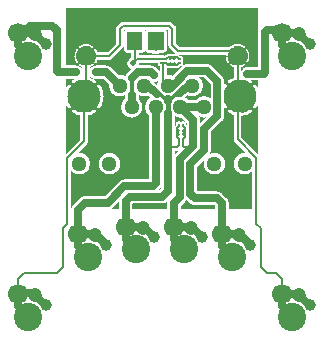
<source format=gbr>
G04 start of page 4 for group 2 idx 13 *
G04 Title: (unknown), jump *
G04 Creator: pcb 4.2.0 *
G04 CreationDate: Wed Sep 23 11:56:37 2020 UTC *
G04 For: commonadmin *
G04 Format: Gerber/RS-274X *
G04 PCB-Dimensions (mil): 1250.00 1500.00 *
G04 PCB-Coordinate-Origin: lower left *
%MOIN*%
%FSLAX25Y25*%
%LNBOTTOM*%
%ADD50C,0.0354*%
%ADD49C,0.0197*%
%ADD48C,0.0295*%
%ADD47C,0.0492*%
%ADD46C,0.0787*%
%ADD45C,0.0130*%
%ADD44C,0.0100*%
%ADD43C,0.0230*%
%ADD42C,0.0200*%
%ADD41C,0.0512*%
%ADD40C,0.1102*%
%ADD39C,0.0394*%
%ADD38C,0.0472*%
%ADD37C,0.0669*%
%ADD36C,0.0945*%
%ADD35C,0.0160*%
%ADD34C,0.0140*%
%ADD33C,0.0060*%
%ADD32C,0.0250*%
%ADD31C,0.0001*%
G54D31*G36*
X93019Y107504D02*X93046Y107300D01*
X93059Y107004D01*
X93046Y106708D01*
X93019Y106504D01*
Y107504D01*
G37*
G36*
Y123000D02*X96531D01*
Y103250D01*
X93019D01*
Y104852D01*
X93117Y105000D01*
X93281Y105309D01*
X93417Y105632D01*
X93524Y105965D01*
X93601Y106307D01*
X93647Y106654D01*
X93663Y107004D01*
X93647Y107354D01*
X93601Y107701D01*
X93524Y108043D01*
X93417Y108376D01*
X93281Y108699D01*
X93117Y109008D01*
X93019Y109159D01*
Y123000D01*
G37*
G36*
X70538Y109800D02*X69300Y111038D01*
Y115949D01*
X69304Y116000D01*
X69288Y116204D01*
X69288Y116204D01*
X69252Y116355D01*
X69240Y116403D01*
X69208Y116481D01*
X69162Y116592D01*
X69120Y116660D01*
X69055Y116766D01*
X69055Y116767D01*
X68922Y116922D01*
X68883Y116955D01*
X67955Y117883D01*
X67922Y117922D01*
X67767Y118055D01*
X67766Y118055D01*
X67660Y118120D01*
X67592Y118162D01*
X67481Y118208D01*
X67403Y118240D01*
X67355Y118252D01*
X67204Y118288D01*
X67204Y118288D01*
X67000Y118304D01*
X66949Y118300D01*
X51551D01*
X51500Y118304D01*
X51296Y118288D01*
X51097Y118240D01*
X50908Y118162D01*
X50734Y118055D01*
X50733Y118055D01*
X50578Y117922D01*
X50545Y117883D01*
X49617Y116955D01*
X49578Y116922D01*
X49445Y116766D01*
X49338Y116592D01*
X49260Y116403D01*
X49212Y116204D01*
X49212Y116204D01*
X49196Y116000D01*
X49200Y115949D01*
Y111038D01*
X46465Y108304D01*
X43046D01*
X43023Y108376D01*
X42887Y108699D01*
X42723Y109008D01*
X42532Y109302D01*
X42502Y109339D01*
X42466Y109370D01*
X42425Y109395D01*
X42381Y109414D01*
X42335Y109425D01*
X42287Y109429D01*
X42240Y109426D01*
X42193Y109415D01*
X42149Y109397D01*
X42108Y109373D01*
X42071Y109342D01*
X42040Y109306D01*
X42015Y109265D01*
X41996Y109221D01*
X41985Y109175D01*
X41981Y109127D01*
X41984Y109080D01*
X41995Y109033D01*
X42013Y108989D01*
X42038Y108949D01*
X42203Y108702D01*
X42342Y108440D01*
X42399Y108304D01*
X39370D01*
X39319Y108308D01*
X39317Y108308D01*
Y110350D01*
X39319Y110350D01*
X39615Y110337D01*
X39909Y110298D01*
X40199Y110233D01*
X40481Y110142D01*
X40755Y110027D01*
X41017Y109888D01*
X41266Y109726D01*
X41306Y109701D01*
X41349Y109683D01*
X41395Y109672D01*
X41442Y109669D01*
X41489Y109673D01*
X41535Y109684D01*
X41579Y109703D01*
X41619Y109728D01*
X41655Y109759D01*
X41685Y109795D01*
X41709Y109835D01*
X41727Y109879D01*
X41738Y109925D01*
X41741Y109972D01*
X41737Y110019D01*
X41726Y110065D01*
X41707Y110109D01*
X41682Y110149D01*
X41651Y110184D01*
X41615Y110214D01*
X41323Y110408D01*
X41014Y110572D01*
X40691Y110708D01*
X40358Y110815D01*
X40016Y110892D01*
X39669Y110939D01*
X39319Y110954D01*
X39317Y110954D01*
Y123000D01*
X93019D01*
Y109159D01*
X92926Y109302D01*
X92895Y109339D01*
X92859Y109370D01*
X92819Y109395D01*
X92775Y109414D01*
X92728Y109425D01*
X92681Y109429D01*
X92633Y109426D01*
X92587Y109415D01*
X92542Y109397D01*
X92502Y109373D01*
X92465Y109342D01*
X92434Y109306D01*
X92409Y109265D01*
X92390Y109221D01*
X92378Y109175D01*
X92374Y109127D01*
X92378Y109080D01*
X92389Y109033D01*
X92406Y108989D01*
X92432Y108949D01*
X92596Y108702D01*
X92735Y108440D01*
X92851Y108166D01*
X92941Y107884D01*
X93007Y107594D01*
X93019Y107504D01*
Y106504D01*
X93007Y106413D01*
X92941Y106124D01*
X92851Y105841D01*
X92735Y105568D01*
X92596Y105306D01*
X92435Y105057D01*
X92409Y105017D01*
X92392Y104974D01*
X92381Y104928D01*
X92378Y104880D01*
X92382Y104833D01*
X92393Y104788D01*
X92411Y104744D01*
X92436Y104704D01*
X92467Y104668D01*
X92503Y104638D01*
X92544Y104614D01*
X92588Y104596D01*
X92634Y104585D01*
X92681Y104582D01*
X92728Y104586D01*
X92774Y104597D01*
X92817Y104616D01*
X92857Y104641D01*
X92893Y104671D01*
X92923Y104708D01*
X93019Y104852D01*
Y103250D01*
X93000D01*
X92647Y103229D01*
X92303Y103146D01*
X91975Y103011D01*
X91673Y102826D01*
X91404Y102596D01*
X91174Y102327D01*
X91013Y102063D01*
Y103276D01*
X91085Y103300D01*
X91408Y103436D01*
X91717Y103600D01*
X92011Y103791D01*
X92047Y103821D01*
X92079Y103857D01*
X92104Y103898D01*
X92122Y103942D01*
X92134Y103988D01*
X92138Y104036D01*
X92135Y104083D01*
X92124Y104130D01*
X92106Y104174D01*
X92081Y104215D01*
X92051Y104251D01*
X92014Y104283D01*
X91974Y104308D01*
X91930Y104327D01*
X91884Y104338D01*
X91836Y104342D01*
X91789Y104339D01*
X91742Y104328D01*
X91698Y104310D01*
X91657Y104285D01*
X91411Y104120D01*
X91148Y103981D01*
X91013Y103924D01*
Y106953D01*
X91017Y107004D01*
X91001Y107208D01*
X91001Y107208D01*
X90964Y107359D01*
X90953Y107407D01*
X90920Y107485D01*
X90874Y107596D01*
X90833Y107664D01*
X90768Y107770D01*
X90767Y107771D01*
X90635Y107926D01*
X90596Y107959D01*
X89172Y109383D01*
X89139Y109422D01*
X88983Y109555D01*
X88983Y109555D01*
X88876Y109620D01*
X88809Y109662D01*
X88698Y109708D01*
X88620Y109740D01*
X88572Y109752D01*
X88421Y109788D01*
X88420Y109788D01*
X88217Y109804D01*
X88166Y109800D01*
X87883D01*
X88015Y109888D01*
X88277Y110027D01*
X88550Y110142D01*
X88833Y110233D01*
X89122Y110298D01*
X89416Y110337D01*
X89713Y110350D01*
X90009Y110337D01*
X90303Y110298D01*
X90593Y110233D01*
X90875Y110142D01*
X91148Y110027D01*
X91411Y109888D01*
X91659Y109726D01*
X91699Y109701D01*
X91743Y109683D01*
X91789Y109672D01*
X91836Y109669D01*
X91883Y109673D01*
X91929Y109684D01*
X91972Y109703D01*
X92013Y109728D01*
X92048Y109759D01*
X92079Y109795D01*
X92103Y109835D01*
X92121Y109879D01*
X92131Y109925D01*
X92135Y109972D01*
X92131Y110019D01*
X92119Y110065D01*
X92101Y110109D01*
X92076Y110149D01*
X92045Y110184D01*
X92008Y110214D01*
X91717Y110408D01*
X91408Y110572D01*
X91085Y110708D01*
X90751Y110815D01*
X90410Y110892D01*
X90063Y110939D01*
X89713Y110954D01*
X89363Y110939D01*
X89016Y110892D01*
X88674Y110815D01*
X88340Y110708D01*
X88018Y110572D01*
X87708Y110408D01*
X87415Y110217D01*
X87378Y110187D01*
X87347Y110151D01*
X87321Y110110D01*
X87303Y110066D01*
X87291Y110020D01*
X87287Y109972D01*
X87291Y109925D01*
X87301Y109878D01*
X87319Y109834D01*
X87340Y109800D01*
X70538D01*
G37*
G36*
X39317Y108308D02*X39115Y108292D01*
X38916Y108244D01*
X38727Y108166D01*
X38552Y108059D01*
X38397Y107926D01*
X38264Y107770D01*
X38157Y107596D01*
X38079Y107407D01*
X38031Y107208D01*
X38015Y107004D01*
X38019Y106953D01*
Y103924D01*
X37883Y103981D01*
X37621Y104120D01*
X37372Y104282D01*
X37332Y104307D01*
X37288Y104325D01*
X37242Y104336D01*
X37195Y104339D01*
X37148Y104335D01*
X37103Y104323D01*
X37059Y104305D01*
X37019Y104280D01*
X36983Y104249D01*
X36953Y104213D01*
X36929Y104173D01*
X36911Y104129D01*
X36900Y104083D01*
X36897Y104036D01*
X36901Y103989D01*
X36912Y103943D01*
X36931Y103899D01*
X36956Y103859D01*
X36986Y103824D01*
X37023Y103794D01*
X37315Y103600D01*
X37624Y103436D01*
X37947Y103300D01*
X38019Y103276D01*
Y102505D01*
X38011Y102525D01*
X37826Y102827D01*
X37596Y103096D01*
X37327Y103326D01*
X37025Y103511D01*
X36697Y103646D01*
X36353Y103729D01*
X36013Y103749D01*
Y104849D01*
X36106Y104706D01*
X36136Y104669D01*
X36172Y104638D01*
X36213Y104613D01*
X36257Y104594D01*
X36303Y104583D01*
X36351Y104578D01*
X36398Y104582D01*
X36445Y104593D01*
X36489Y104611D01*
X36530Y104635D01*
X36566Y104666D01*
X36598Y104702D01*
X36623Y104743D01*
X36642Y104787D01*
X36653Y104833D01*
X36657Y104880D01*
X36654Y104928D01*
X36643Y104975D01*
X36625Y105019D01*
X36600Y105059D01*
X36435Y105306D01*
X36296Y105568D01*
X36181Y105841D01*
X36090Y106124D01*
X36025Y106413D01*
X36013Y106504D01*
Y107504D01*
X36025Y107594D01*
X36090Y107884D01*
X36181Y108166D01*
X36296Y108440D01*
X36435Y108702D01*
X36597Y108951D01*
X36622Y108991D01*
X36640Y109034D01*
X36650Y109080D01*
X36654Y109127D01*
X36650Y109174D01*
X36638Y109220D01*
X36620Y109264D01*
X36595Y109304D01*
X36564Y109340D01*
X36528Y109370D01*
X36488Y109394D01*
X36444Y109412D01*
X36398Y109423D01*
X36351Y109426D01*
X36304Y109422D01*
X36258Y109411D01*
X36214Y109392D01*
X36174Y109367D01*
X36139Y109336D01*
X36109Y109300D01*
X36013Y109155D01*
Y123000D01*
X39317D01*
Y110954D01*
X38969Y110939D01*
X38622Y110892D01*
X38280Y110815D01*
X37947Y110708D01*
X37624Y110572D01*
X37315Y110408D01*
X37021Y110217D01*
X36984Y110187D01*
X36953Y110151D01*
X36928Y110110D01*
X36909Y110066D01*
X36898Y110020D01*
X36893Y109972D01*
X36897Y109925D01*
X36908Y109878D01*
X36926Y109834D01*
X36950Y109793D01*
X36981Y109756D01*
X37017Y109725D01*
X37058Y109700D01*
X37101Y109681D01*
X37148Y109670D01*
X37195Y109666D01*
X37243Y109669D01*
X37289Y109680D01*
X37334Y109698D01*
X37374Y109723D01*
X37621Y109888D01*
X37883Y110027D01*
X38156Y110142D01*
X38439Y110233D01*
X38728Y110298D01*
X39022Y110337D01*
X39317Y110350D01*
Y108308D01*
G37*
G36*
X36013Y106504D02*X35986Y106708D01*
X35972Y107004D01*
X35986Y107300D01*
X36013Y107504D01*
Y106504D01*
G37*
G36*
Y103749D02*X36000Y103750D01*
X32531D01*
Y123000D01*
X36013D01*
Y109155D01*
X35915Y109008D01*
X35751Y108699D01*
X35615Y108376D01*
X35508Y108043D01*
X35431Y107701D01*
X35384Y107354D01*
X35369Y107004D01*
X35384Y106654D01*
X35431Y106307D01*
X35508Y105965D01*
X35615Y105632D01*
X35751Y105309D01*
X35915Y105000D01*
X36013Y104849D01*
Y103749D01*
G37*
G36*
X59277Y115700D02*X59232Y115661D01*
X59130Y115542D01*
X59047Y115407D01*
X58987Y115262D01*
X58957Y115137D01*
X58927Y115262D01*
X58867Y115407D01*
X58785Y115542D01*
X58682Y115661D01*
X58637Y115700D01*
X59277D01*
G37*
G36*
X70289Y75440D02*X68987Y74138D01*
X68920Y74080D01*
X68750Y73881D01*
Y75200D01*
X69481D01*
X69531Y75196D01*
X69735Y75212D01*
X69735Y75212D01*
X69934Y75260D01*
X70124Y75338D01*
X70289Y75440D01*
G37*
G36*
X72781Y78862D02*X72772Y78903D01*
X72706Y79061D01*
X72781Y79136D01*
Y78862D01*
G37*
G36*
X82250Y56000D02*X70750D01*
Y57068D01*
X72044Y58362D01*
X72112Y58420D01*
X72276Y58613D01*
X72365Y58713D01*
X72550Y59015D01*
X72624Y59194D01*
X73847Y57971D01*
X73904Y57904D01*
X74173Y57674D01*
X74173Y57674D01*
X74361Y57559D01*
X74475Y57489D01*
X74803Y57354D01*
X75147Y57271D01*
X75147D01*
X75500Y57243D01*
X75588Y57250D01*
X82068D01*
X82250Y57068D01*
Y56000D01*
G37*
G36*
X66345Y58663D02*X66271Y58353D01*
X66271Y58353D01*
X66243Y58000D01*
X66250Y57912D01*
Y56000D01*
X54707D01*
Y57525D01*
X54932Y57750D01*
X64412D01*
X64500Y57743D01*
X64853Y57771D01*
X64853Y57771D01*
X65197Y57854D01*
X65525Y57989D01*
X65827Y58174D01*
X66096Y58404D01*
X66153Y58471D01*
X66345Y58663D01*
G37*
G36*
X50207Y56000D02*X47542D01*
X47827Y56174D01*
X48096Y56404D01*
X48153Y56471D01*
X50205Y58523D01*
X50200Y58457D01*
X50207Y58369D01*
Y56000D01*
G37*
G36*
X64036Y62855D02*X64104Y62912D01*
X64250Y63083D01*
Y62932D01*
X63568Y62250D01*
X63432D01*
X64036Y62855D01*
G37*
G36*
X65842Y107311D02*X65722Y107209D01*
X65697Y107179D01*
X65507Y106990D01*
X65384Y107040D01*
X65185Y107088D01*
X64981Y107100D01*
X56714D01*
Y108055D01*
X58130Y108057D01*
X58283Y108094D01*
X58428Y108154D01*
X58563Y108236D01*
X58682Y108339D01*
X58785Y108458D01*
X58867Y108593D01*
X58927Y108738D01*
X58957Y108863D01*
X58987Y108738D01*
X59047Y108593D01*
X59130Y108458D01*
X59232Y108339D01*
X59351Y108236D01*
X59486Y108154D01*
X59631Y108094D01*
X59784Y108057D01*
X59941Y108048D01*
X61118Y108050D01*
X61321Y107877D01*
X61589Y107712D01*
X61880Y107592D01*
X62186Y107519D01*
X62500Y107494D01*
X62814Y107519D01*
X63120Y107592D01*
X63411Y107712D01*
X63679Y107877D01*
X63888Y108055D01*
X65216Y108057D01*
X65369Y108094D01*
X65514Y108154D01*
X65649Y108236D01*
X65768Y108339D01*
X65871Y108458D01*
X65953Y108593D01*
X66013Y108738D01*
X66050Y108891D01*
X66059Y109048D01*
X66050Y115109D01*
X66013Y115262D01*
X65953Y115407D01*
X65871Y115542D01*
X65768Y115661D01*
X65723Y115700D01*
X66462D01*
X66700Y115462D01*
Y110551D01*
X66696Y110500D01*
X66712Y110296D01*
X66712Y110296D01*
X66760Y110097D01*
X66838Y109908D01*
X66879Y109842D01*
X66945Y109734D01*
X66945Y109733D01*
X67078Y109578D01*
X67117Y109545D01*
X69045Y107617D01*
X69078Y107578D01*
X69169Y107500D01*
X69131Y107503D01*
X69092Y107500D01*
X67971D01*
X67931Y107503D01*
X67892Y107500D01*
X66771D01*
X66732Y107503D01*
X66692Y107500D01*
X66471D01*
X66431Y107503D01*
X66275Y107491D01*
X66122Y107454D01*
X65976Y107394D01*
X65842Y107312D01*
X65842Y107311D01*
G37*
G36*
X72781Y83764D02*X72528Y84018D01*
X72525Y84510D01*
X72499Y84617D01*
X72457Y84719D01*
X72400Y84813D01*
X72328Y84896D01*
X72244Y84968D01*
X72150Y85026D01*
X72048Y85068D01*
X71941Y85094D01*
X71831Y85100D01*
X71122Y85094D01*
X71015Y85068D01*
X70913Y85026D01*
X70881Y85006D01*
X70850Y85026D01*
X70748Y85068D01*
X70641Y85094D01*
X70531Y85100D01*
X69822Y85094D01*
X69715Y85068D01*
X69613Y85026D01*
X69519Y84968D01*
X69435Y84896D01*
X69363Y84813D01*
X69306Y84719D01*
X69264Y84617D01*
X69238Y84510D01*
X69231Y84400D01*
X69234Y84016D01*
X68852Y83635D01*
X68822Y83609D01*
X68750Y83525D01*
Y86879D01*
X68919Y86776D01*
X69436Y86561D01*
X69981Y86431D01*
X70539Y86387D01*
X70899Y86415D01*
X72781Y84533D01*
Y83764D01*
G37*
G36*
X79328Y86478D02*X77281Y84432D01*
Y85376D01*
X77288Y85465D01*
X77261Y85818D01*
X77178Y86162D01*
X77138Y86258D01*
X77042Y86489D01*
X76928Y86676D01*
X76857Y86791D01*
X76857Y86791D01*
X76783Y86878D01*
X76950Y86776D01*
X77468Y86561D01*
X78012Y86431D01*
X78571Y86387D01*
X79129Y86431D01*
X79328Y86478D01*
G37*
G36*
X66331Y102905D02*X66432Y102897D01*
X66471Y102900D01*
X66592D01*
X66631Y102897D01*
X66671Y102900D01*
X67792D01*
X67831Y102897D01*
X67871Y102900D01*
X67992D01*
X68032Y102897D01*
X68071Y102900D01*
X69192D01*
X69232Y102897D01*
X69271Y102900D01*
X69492D01*
X69531Y102897D01*
X69688Y102909D01*
X69688Y102909D01*
X69841Y102946D01*
X69987Y103006D01*
X70121Y103088D01*
X70241Y103191D01*
X70266Y103221D01*
X70550Y103504D01*
X71041Y103506D01*
X71148Y103532D01*
X71250Y103574D01*
X71344Y103632D01*
X71428Y103704D01*
X71500Y103787D01*
X71557Y103881D01*
X71599Y103983D01*
X71625Y104090D01*
X71631Y104200D01*
X71625Y104910D01*
X71599Y105017D01*
X71557Y105119D01*
X71538Y105150D01*
X71557Y105181D01*
X71599Y105283D01*
X71625Y105390D01*
X71631Y105500D01*
X71625Y106210D01*
X71599Y106317D01*
X71557Y106419D01*
X71500Y106513D01*
X71428Y106596D01*
X71344Y106668D01*
X71250Y106726D01*
X71148Y106768D01*
X71041Y106794D01*
X70931Y106800D01*
X70548Y106798D01*
X70166Y107179D01*
X70149Y107200D01*
X85771D01*
X85762Y107004D01*
X85778Y106654D01*
X85824Y106307D01*
X85901Y105965D01*
X86008Y105632D01*
X86144Y105309D01*
X86309Y105000D01*
X86499Y104706D01*
X86530Y104669D01*
X86566Y104638D01*
X86607Y104613D01*
X86650Y104594D01*
X86697Y104583D01*
X86744Y104578D01*
X86792Y104582D01*
X86838Y104593D01*
X86883Y104611D01*
X86924Y104635D01*
X86960Y104666D01*
X86991Y104702D01*
X87017Y104743D01*
X87035Y104787D01*
X87047Y104833D01*
X87051Y104880D01*
X87047Y104928D01*
X87037Y104975D01*
X87019Y105019D01*
X86993Y105059D01*
X86829Y105306D01*
X86690Y105568D01*
X86575Y105841D01*
X86484Y106124D01*
X86419Y106413D01*
X86379Y106708D01*
X86366Y107004D01*
X86375Y107200D01*
X87678D01*
X88413Y106465D01*
Y103924D01*
X88277Y103981D01*
X88015Y104120D01*
X87766Y104282D01*
X87726Y104307D01*
X87682Y104325D01*
X87636Y104336D01*
X87589Y104339D01*
X87542Y104335D01*
X87496Y104323D01*
X87453Y104305D01*
X87413Y104280D01*
X87377Y104249D01*
X87347Y104213D01*
X87322Y104173D01*
X87304Y104129D01*
X87294Y104083D01*
X87290Y104036D01*
X87294Y103989D01*
X87306Y103943D01*
X87324Y103899D01*
X87349Y103859D01*
X87380Y103824D01*
X87417Y103794D01*
X87708Y103600D01*
X88018Y103436D01*
X88340Y103300D01*
X88413Y103276D01*
Y99669D01*
X88242Y99615D01*
X87711Y99391D01*
X87201Y99122D01*
X86718Y98809D01*
X86656Y98758D01*
X86604Y98698D01*
X86562Y98630D01*
X86531Y98557D01*
X86512Y98480D01*
X86505Y98401D01*
X86510Y98322D01*
X86528Y98244D01*
X86558Y98170D01*
X86599Y98102D01*
X86650Y98041D01*
X86710Y97989D01*
X86777Y97947D01*
X86850Y97916D01*
X86928Y97896D01*
X87007Y97889D01*
X87086Y97895D01*
X87164Y97913D01*
X87237Y97942D01*
X87305Y97985D01*
X87711Y98254D01*
X88141Y98482D01*
X88413Y98596D01*
Y94338D01*
X88409Y94287D01*
X88421Y94135D01*
X88413Y94000D01*
Y88404D01*
X88141Y88518D01*
X87711Y88746D01*
X87302Y89011D01*
X87235Y89053D01*
X87162Y89082D01*
X87085Y89100D01*
X87007Y89105D01*
X86928Y89098D01*
X86852Y89079D01*
X86780Y89049D01*
X86713Y89007D01*
X86654Y88955D01*
X86603Y88895D01*
X86563Y88827D01*
X86533Y88754D01*
X86515Y88678D01*
X86510Y88599D01*
X86517Y88521D01*
X86536Y88444D01*
X86567Y88372D01*
X86609Y88305D01*
X86660Y88246D01*
X86721Y88197D01*
X87201Y87878D01*
X87711Y87609D01*
X88242Y87385D01*
X88413Y87331D01*
Y79338D01*
X88409Y79287D01*
X88425Y79084D01*
X88425Y79083D01*
X88472Y78884D01*
X88551Y78695D01*
X88591Y78629D01*
X88658Y78521D01*
X88658Y78521D01*
X88791Y78365D01*
X88829Y78332D01*
X92614Y74547D01*
X92075Y74590D01*
X91516Y74546D01*
X90972Y74415D01*
X90454Y74201D01*
X89976Y73908D01*
X89550Y73544D01*
X89187Y73118D01*
X88894Y72640D01*
X88680Y72123D01*
X88549Y71578D01*
X88505Y71020D01*
X88549Y70461D01*
X88680Y69916D01*
X88894Y69399D01*
X89187Y68921D01*
X89550Y68495D01*
X89976Y68131D01*
X90454Y67839D01*
X90972Y67624D01*
X91516Y67494D01*
X92075Y67450D01*
X92633Y67494D01*
X93178Y67624D01*
X93696Y67839D01*
X94173Y68131D01*
X94599Y68495D01*
X94700Y68613D01*
Y56000D01*
X86750D01*
Y57912D01*
X86757Y58000D01*
X86729Y58353D01*
X86646Y58697D01*
X86607Y58793D01*
X86511Y59025D01*
X86396Y59212D01*
X86326Y59327D01*
X86326Y59327D01*
X86096Y59596D01*
X86029Y59653D01*
X84653Y61029D01*
X84596Y61096D01*
X84327Y61326D01*
X84327Y61326D01*
X84212Y61396D01*
X84025Y61511D01*
X83793Y61607D01*
X83697Y61646D01*
X83353Y61729D01*
X83000Y61757D01*
X82912Y61750D01*
X76432D01*
X76250Y61932D01*
Y70037D01*
X78855Y72642D01*
X78855Y72640D01*
X78640Y72123D01*
X78509Y71578D01*
X78465Y71020D01*
X78509Y70461D01*
X78640Y69916D01*
X78855Y69399D01*
X79147Y68921D01*
X79511Y68495D01*
X79937Y68131D01*
X80415Y67839D01*
X80932Y67624D01*
X81477Y67494D01*
X82035Y67450D01*
X82594Y67494D01*
X83139Y67624D01*
X83656Y67839D01*
X84134Y68131D01*
X84560Y68495D01*
X84924Y68921D01*
X85216Y69399D01*
X85431Y69916D01*
X85562Y70461D01*
X85594Y71020D01*
X85562Y71578D01*
X85431Y72123D01*
X85216Y72640D01*
X84924Y73118D01*
X84560Y73544D01*
X84134Y73908D01*
X83656Y74201D01*
X83139Y74415D01*
X82594Y74546D01*
X82035Y74590D01*
X81477Y74546D01*
X80932Y74415D01*
X80415Y74201D01*
X80343Y74157D01*
X80357Y74173D01*
X80357Y74173D01*
X80542Y74475D01*
X80678Y74803D01*
X80761Y75147D01*
X80788Y75500D01*
X80781Y75588D01*
Y81568D01*
X83029Y83815D01*
X83096Y83873D01*
X83326Y84142D01*
X83326Y84142D01*
X83329Y84147D01*
X84529Y85347D01*
X84596Y85404D01*
X84826Y85673D01*
X84826Y85673D01*
X85011Y85975D01*
X85146Y86303D01*
X85229Y86647D01*
X85257Y87000D01*
X85250Y87088D01*
Y89650D01*
X85302Y89604D01*
X85370Y89562D01*
X85443Y89531D01*
X85520Y89512D01*
X85599Y89505D01*
X85678Y89510D01*
X85756Y89528D01*
X85830Y89558D01*
X85898Y89599D01*
X85959Y89650D01*
X86011Y89710D01*
X86053Y89777D01*
X86084Y89850D01*
X86104Y89928D01*
X86111Y90007D01*
X86105Y90086D01*
X86087Y90164D01*
X86058Y90237D01*
X86015Y90305D01*
X85746Y90711D01*
X85518Y91141D01*
X85329Y91591D01*
X85250Y91839D01*
Y95161D01*
X85329Y95409D01*
X85518Y95859D01*
X85746Y96289D01*
X86011Y96698D01*
X86053Y96765D01*
X86082Y96838D01*
X86100Y96915D01*
X86105Y96993D01*
X86098Y97072D01*
X86079Y97148D01*
X86049Y97220D01*
X86007Y97287D01*
X85955Y97346D01*
X85895Y97397D01*
X85827Y97437D01*
X85754Y97467D01*
X85678Y97485D01*
X85599Y97490D01*
X85521Y97483D01*
X85444Y97464D01*
X85372Y97433D01*
X85305Y97391D01*
X85250Y97343D01*
Y98412D01*
X85257Y98500D01*
X85229Y98853D01*
X85146Y99197D01*
X85107Y99293D01*
X85011Y99525D01*
X84896Y99712D01*
X84826Y99827D01*
X84826Y99827D01*
X84596Y100096D01*
X84529Y100153D01*
X81153Y103529D01*
X81096Y103596D01*
X80827Y103826D01*
X80827Y103826D01*
X80712Y103896D01*
X80525Y104011D01*
X80293Y104107D01*
X80197Y104146D01*
X79853Y104229D01*
X79500Y104257D01*
X79412Y104250D01*
X73088D01*
X73000Y104257D01*
X72647Y104229D01*
X72303Y104146D01*
X71975Y104011D01*
X71673Y103826D01*
X71673Y103826D01*
X71404Y103596D01*
X71347Y103529D01*
X68072Y100254D01*
X67627Y100439D01*
X67082Y100569D01*
X66524Y100613D01*
X66331Y100598D01*
Y102905D01*
G37*
G36*
X62967Y97215D02*X61934Y98248D01*
X62000Y98243D01*
X62353Y98271D01*
X62697Y98354D01*
X63025Y98489D01*
X63327Y98674D01*
X63373Y98714D01*
X63343Y98664D01*
X63128Y98147D01*
X62998Y97602D01*
X62967Y97215D01*
G37*
G36*
X63234Y104500D02*X63238Y104090D01*
X63264Y103983D01*
X63306Y103881D01*
X63363Y103787D01*
X63435Y103704D01*
X63519Y103632D01*
X63613Y103574D01*
X63715Y103532D01*
X63731Y103528D01*
Y101933D01*
X63591Y102091D01*
X62653Y103029D01*
X62596Y103096D01*
X62327Y103326D01*
X62327Y103326D01*
X62212Y103396D01*
X62025Y103511D01*
X61793Y103607D01*
X61697Y103646D01*
X61353Y103729D01*
X61000Y103757D01*
X60912Y103750D01*
X56854D01*
X56908Y103880D01*
X56981Y104186D01*
X57000Y104500D01*
X63234D01*
G37*
G36*
X75812Y92207D02*X73298D01*
X73064Y92481D01*
X72638Y92845D01*
X72259Y93077D01*
X73012Y93830D01*
X73452Y93648D01*
X73997Y93517D01*
X74555Y93473D01*
X75114Y93517D01*
X75658Y93648D01*
X76176Y93862D01*
X76654Y94155D01*
X77080Y94519D01*
X77443Y94945D01*
X77736Y95423D01*
X77950Y95940D01*
X78081Y96485D01*
X78114Y97043D01*
X78081Y97602D01*
X77950Y98147D01*
X77736Y98664D01*
X77443Y99142D01*
X77080Y99568D01*
X76866Y99750D01*
X78568D01*
X80750Y97568D01*
Y92776D01*
X80669Y92845D01*
X80192Y93138D01*
X79674Y93352D01*
X79129Y93483D01*
X78571Y93527D01*
X78012Y93483D01*
X77468Y93352D01*
X76950Y93138D01*
X76472Y92845D01*
X76046Y92481D01*
X75812Y92207D01*
G37*
G36*
X32531Y74370D02*Y90969D01*
X32640Y90711D01*
X32910Y90201D01*
X33223Y89718D01*
X33274Y89656D01*
X33334Y89604D01*
X33401Y89562D01*
X33474Y89531D01*
X33551Y89512D01*
X33631Y89505D01*
X33710Y89510D01*
X33788Y89528D01*
X33861Y89558D01*
X33929Y89599D01*
X33990Y89650D01*
X34043Y89710D01*
X34085Y89777D01*
X34116Y89850D01*
X34135Y89928D01*
X34142Y90007D01*
X34137Y90086D01*
X34119Y90164D01*
X34089Y90237D01*
X34047Y90305D01*
X33778Y90711D01*
X33550Y91141D01*
X33361Y91591D01*
X33213Y92055D01*
X33106Y92530D01*
X33041Y93013D01*
X33020Y93500D01*
X33041Y93987D01*
X33106Y94470D01*
X33213Y94945D01*
X33361Y95409D01*
X33550Y95859D01*
X33778Y96289D01*
X34043Y96698D01*
X34084Y96765D01*
X34114Y96838D01*
X34131Y96915D01*
X34137Y96993D01*
X34130Y97072D01*
X34111Y97148D01*
X34080Y97220D01*
X34038Y97287D01*
X33987Y97346D01*
X33926Y97397D01*
X33859Y97437D01*
X33786Y97467D01*
X33709Y97485D01*
X33631Y97490D01*
X33552Y97483D01*
X33476Y97464D01*
X33404Y97433D01*
X33337Y97391D01*
X33277Y97340D01*
X33228Y97279D01*
X32910Y96799D01*
X32640Y96289D01*
X32531Y96031D01*
Y99250D01*
X35475D01*
X35233Y99122D01*
X34749Y98809D01*
X34688Y98758D01*
X34636Y98698D01*
X34593Y98630D01*
X34562Y98557D01*
X34543Y98480D01*
X34536Y98401D01*
X34542Y98322D01*
X34559Y98244D01*
X34589Y98170D01*
X34630Y98102D01*
X34681Y98041D01*
X34741Y97989D01*
X34809Y97947D01*
X34882Y97916D01*
X34959Y97896D01*
X35038Y97889D01*
X35118Y97895D01*
X35195Y97913D01*
X35269Y97942D01*
X35336Y97985D01*
X35742Y98254D01*
X36173Y98482D01*
X36622Y98671D01*
X37086Y98819D01*
X37562Y98926D01*
X38019Y98987D01*
Y94826D01*
X37648Y94455D01*
X37609Y94422D01*
X37477Y94266D01*
X37370Y94092D01*
X37291Y93903D01*
X37244Y93704D01*
X37244Y93704D01*
X37227Y93500D01*
X37231Y93449D01*
Y88148D01*
X37086Y88181D01*
X36622Y88329D01*
X36173Y88518D01*
X35742Y88746D01*
X35333Y89011D01*
X35267Y89053D01*
X35194Y89082D01*
X35117Y89100D01*
X35038Y89105D01*
X34960Y89098D01*
X34884Y89079D01*
X34811Y89049D01*
X34744Y89007D01*
X34685Y88955D01*
X34635Y88895D01*
X34594Y88827D01*
X34565Y88754D01*
X34547Y88678D01*
X34542Y88599D01*
X34548Y88521D01*
X34567Y88444D01*
X34598Y88372D01*
X34640Y88305D01*
X34692Y88246D01*
X34753Y88197D01*
X35233Y87878D01*
X35742Y87609D01*
X36273Y87385D01*
X36822Y87210D01*
X37231Y87118D01*
Y79070D01*
X32531Y74370D01*
G37*
G36*
X37635Y99950D02*X37826Y100173D01*
X38011Y100475D01*
X38019Y100495D01*
Y99995D01*
X37956Y99993D01*
X37635Y99950D01*
G37*
G36*
X96531Y98750D02*Y95956D01*
X96391Y96289D01*
X96122Y96799D01*
X95809Y97282D01*
X95758Y97344D01*
X95698Y97396D01*
X95630Y97438D01*
X95557Y97469D01*
X95480Y97488D01*
X95401Y97495D01*
X95322Y97490D01*
X95244Y97472D01*
X95170Y97442D01*
X95102Y97401D01*
X95041Y97350D01*
X94989Y97290D01*
X94947Y97223D01*
X94916Y97150D01*
X94896Y97072D01*
X94889Y96993D01*
X94895Y96914D01*
X94913Y96836D01*
X94942Y96763D01*
X94985Y96695D01*
X95254Y96289D01*
X95482Y95859D01*
X95671Y95409D01*
X95819Y94945D01*
X95926Y94470D01*
X95990Y93987D01*
X96012Y93500D01*
X95990Y93013D01*
X95926Y92530D01*
X95819Y92055D01*
X95671Y91591D01*
X95482Y91141D01*
X95254Y90711D01*
X94989Y90302D01*
X94947Y90235D01*
X94918Y90162D01*
X94900Y90085D01*
X94895Y90007D01*
X94902Y89928D01*
X94921Y89852D01*
X94951Y89780D01*
X94993Y89713D01*
X95045Y89654D01*
X95105Y89603D01*
X95173Y89563D01*
X95246Y89533D01*
X95322Y89515D01*
X95401Y89510D01*
X95479Y89517D01*
X95556Y89536D01*
X95628Y89567D01*
X95695Y89609D01*
X95754Y89660D01*
X95803Y89721D01*
X96122Y90201D01*
X96391Y90711D01*
X96531Y91044D01*
Y74307D01*
X91013Y79826D01*
Y87005D01*
X91076Y87007D01*
X91647Y87084D01*
X92209Y87210D01*
X92758Y87385D01*
X93289Y87609D01*
X93799Y87878D01*
X94282Y88191D01*
X94344Y88242D01*
X94396Y88302D01*
X94438Y88370D01*
X94469Y88443D01*
X94488Y88520D01*
X94495Y88599D01*
X94490Y88678D01*
X94472Y88756D01*
X94442Y88830D01*
X94401Y88898D01*
X94350Y88959D01*
X94290Y89011D01*
X94223Y89053D01*
X94150Y89084D01*
X94072Y89104D01*
X93993Y89111D01*
X93914Y89105D01*
X93836Y89087D01*
X93763Y89058D01*
X93695Y89015D01*
X93289Y88746D01*
X92859Y88518D01*
X92409Y88329D01*
X91945Y88181D01*
X91470Y88074D01*
X91013Y88013D01*
Y92305D01*
X91092Y92338D01*
X91266Y92445D01*
X91422Y92578D01*
X91555Y92734D01*
X91662Y92908D01*
X91740Y93097D01*
X91788Y93296D01*
X91804Y93500D01*
X91788Y93704D01*
X91740Y93903D01*
X91662Y94092D01*
X91555Y94266D01*
X91419Y94419D01*
X91013Y94826D01*
Y98987D01*
X91470Y98926D01*
X91945Y98819D01*
X92409Y98671D01*
X92859Y98482D01*
X93289Y98254D01*
X93698Y97989D01*
X93765Y97947D01*
X93838Y97918D01*
X93915Y97900D01*
X93993Y97895D01*
X94072Y97902D01*
X94148Y97921D01*
X94220Y97951D01*
X94287Y97993D01*
X94346Y98045D01*
X94397Y98105D01*
X94437Y98173D01*
X94467Y98246D01*
X94485Y98322D01*
X94490Y98401D01*
X94483Y98479D01*
X94464Y98556D01*
X94433Y98628D01*
X94391Y98695D01*
X94343Y98750D01*
X96531D01*
G37*
G36*
X68750Y79275D02*X68822Y79191D01*
X68852Y79165D01*
X69042Y78975D01*
X68991Y78853D01*
X68944Y78654D01*
X68931Y78450D01*
Y77800D01*
X68750D01*
Y79275D01*
G37*
G36*
X34306Y56000D02*X34300D01*
Y68650D01*
X34432Y68495D01*
X34858Y68131D01*
X35336Y67839D01*
X35853Y67624D01*
X36398Y67494D01*
X36957Y67450D01*
X37515Y67494D01*
X38060Y67624D01*
X38577Y67839D01*
X39055Y68131D01*
X39481Y68495D01*
X39845Y68921D01*
X40138Y69399D01*
X40352Y69916D01*
X40483Y70461D01*
X40516Y71020D01*
X40483Y71578D01*
X40352Y72123D01*
X40138Y72640D01*
X39845Y73118D01*
X39481Y73544D01*
X39055Y73908D01*
X38577Y74201D01*
X38060Y74415D01*
X37515Y74546D01*
X36957Y74590D01*
X36398Y74546D01*
X36380Y74541D01*
X39415Y77576D01*
X39454Y77609D01*
X39586Y77765D01*
X39586Y77765D01*
X39693Y77939D01*
X39772Y78129D01*
X39819Y78328D01*
X39836Y78531D01*
X39831Y78582D01*
Y87118D01*
X40241Y87210D01*
X40789Y87385D01*
X41321Y87609D01*
X41830Y87878D01*
X42314Y88191D01*
X42375Y88242D01*
X42427Y88302D01*
X42470Y88370D01*
X42501Y88443D01*
X42520Y88520D01*
X42527Y88599D01*
X42521Y88678D01*
X42504Y88756D01*
X42474Y88830D01*
X42433Y88898D01*
X42382Y88959D01*
X42322Y89011D01*
X42254Y89053D01*
X42181Y89084D01*
X42104Y89104D01*
X42025Y89111D01*
X41945Y89105D01*
X41868Y89087D01*
X41794Y89058D01*
X41727Y89015D01*
X41321Y88746D01*
X40890Y88518D01*
X40441Y88329D01*
X39977Y88181D01*
X39831Y88148D01*
Y92962D01*
X40202Y93332D01*
X40241Y93365D01*
X40374Y93521D01*
X40374Y93521D01*
X40481Y93695D01*
X40559Y93884D01*
X40607Y94083D01*
X40623Y94287D01*
X40619Y94338D01*
Y98596D01*
X40890Y98482D01*
X41321Y98254D01*
X41730Y97989D01*
X41796Y97947D01*
X41869Y97918D01*
X41946Y97900D01*
X42025Y97895D01*
X42103Y97902D01*
X42179Y97921D01*
X42252Y97951D01*
X42318Y97993D01*
X42378Y98045D01*
X42428Y98105D01*
X42469Y98173D01*
X42498Y98246D01*
X42516Y98322D01*
X42521Y98401D01*
X42515Y98479D01*
X42495Y98556D01*
X42465Y98628D01*
X42423Y98695D01*
X42371Y98754D01*
X42310Y98803D01*
X41830Y99122D01*
X41321Y99391D01*
X40789Y99615D01*
X40619Y99669D01*
Y100263D01*
X40674Y100173D01*
X40904Y99904D01*
X41173Y99674D01*
X41475Y99489D01*
X41803Y99354D01*
X42147Y99271D01*
X42500Y99250D01*
X43985D01*
Y97058D01*
X43840Y97282D01*
X43789Y97344D01*
X43729Y97396D01*
X43662Y97438D01*
X43589Y97469D01*
X43512Y97488D01*
X43432Y97495D01*
X43353Y97490D01*
X43275Y97472D01*
X43202Y97442D01*
X43133Y97401D01*
X43073Y97350D01*
X43020Y97290D01*
X42978Y97223D01*
X42947Y97150D01*
X42928Y97072D01*
X42921Y96993D01*
X42926Y96914D01*
X42944Y96836D01*
X42974Y96763D01*
X43016Y96695D01*
X43285Y96289D01*
X43513Y95859D01*
X43702Y95409D01*
X43850Y94945D01*
X43957Y94470D01*
X43985Y94261D01*
Y92739D01*
X43957Y92530D01*
X43850Y92055D01*
X43702Y91591D01*
X43513Y91141D01*
X43285Y90711D01*
X43020Y90302D01*
X42979Y90235D01*
X42949Y90162D01*
X42932Y90085D01*
X42926Y90007D01*
X42933Y89928D01*
X42952Y89852D01*
X42983Y89780D01*
X43025Y89713D01*
X43076Y89654D01*
X43137Y89603D01*
X43204Y89563D01*
X43277Y89533D01*
X43354Y89515D01*
X43432Y89510D01*
X43511Y89517D01*
X43587Y89536D01*
X43659Y89567D01*
X43726Y89609D01*
X43786Y89660D01*
X43835Y89721D01*
X43985Y89948D01*
Y72918D01*
X43815Y72640D01*
X43601Y72123D01*
X43470Y71578D01*
X43426Y71020D01*
X43470Y70461D01*
X43601Y69916D01*
X43815Y69399D01*
X43985Y69121D01*
Y60250D01*
X39088D01*
X39000Y60257D01*
X38647Y60229D01*
X38303Y60146D01*
X37975Y60011D01*
X37673Y59826D01*
X37673Y59826D01*
X37404Y59596D01*
X37347Y59529D01*
X34971Y57153D01*
X34904Y57096D01*
X34674Y56827D01*
X34489Y56525D01*
X34354Y56197D01*
X34306Y56000D01*
G37*
G36*
X43985Y99250D02*X45072D01*
X46919Y97403D01*
X46891Y97043D01*
X46935Y96485D01*
X47065Y95940D01*
X47280Y95423D01*
X47572Y94945D01*
X47936Y94519D01*
X48362Y94155D01*
X48840Y93862D01*
X49357Y93648D01*
X49902Y93517D01*
X50461Y93473D01*
X51019Y93517D01*
X51564Y93648D01*
X52081Y93862D01*
X52250Y93966D01*
Y92736D01*
X51952Y92481D01*
X51588Y92055D01*
X51295Y91577D01*
X51081Y91060D01*
X50950Y90515D01*
X50906Y89957D01*
X50950Y89398D01*
X51081Y88853D01*
X51295Y88336D01*
X51588Y87858D01*
X51952Y87432D01*
X52378Y87068D01*
X52856Y86776D01*
X53373Y86561D01*
X53918Y86431D01*
X54476Y86387D01*
X55035Y86431D01*
X55580Y86561D01*
X56097Y86776D01*
X56575Y87068D01*
X57001Y87432D01*
X57365Y87858D01*
X57657Y88336D01*
X57872Y88853D01*
X58002Y89398D01*
X58035Y89957D01*
X58002Y90515D01*
X57872Y91060D01*
X57657Y91577D01*
X57365Y92055D01*
X57001Y92481D01*
X56750Y92695D01*
Y93937D01*
X56871Y93862D01*
X57389Y93648D01*
X57934Y93517D01*
X58492Y93473D01*
X59051Y93517D01*
X59595Y93648D01*
X60002Y93816D01*
X60759Y93059D01*
X60409Y92845D01*
X59983Y92481D01*
X59620Y92055D01*
X59327Y91577D01*
X59113Y91060D01*
X58982Y90515D01*
X58938Y89957D01*
X58982Y89398D01*
X59113Y88853D01*
X59327Y88336D01*
X59620Y87858D01*
X59983Y87432D01*
X60258Y87198D01*
Y65750D01*
X52088D01*
X52000Y65757D01*
X51647Y65729D01*
X51303Y65646D01*
X50975Y65511D01*
X50673Y65326D01*
X50673Y65326D01*
X50404Y65096D01*
X50347Y65029D01*
X45568Y60250D01*
X43985D01*
Y69121D01*
X44108Y68921D01*
X44472Y68495D01*
X44898Y68131D01*
X45375Y67839D01*
X45893Y67624D01*
X46438Y67494D01*
X46996Y67450D01*
X47555Y67494D01*
X48099Y67624D01*
X48617Y67839D01*
X49094Y68131D01*
X49520Y68495D01*
X49884Y68921D01*
X50177Y69399D01*
X50391Y69916D01*
X50522Y70461D01*
X50555Y71020D01*
X50522Y71578D01*
X50391Y72123D01*
X50177Y72640D01*
X49884Y73118D01*
X49520Y73544D01*
X49094Y73908D01*
X48617Y74201D01*
X48099Y74415D01*
X47555Y74546D01*
X46996Y74590D01*
X46438Y74546D01*
X45893Y74415D01*
X45375Y74201D01*
X44898Y73908D01*
X44472Y73544D01*
X44108Y73118D01*
X43985Y72918D01*
Y89948D01*
X44153Y90201D01*
X44423Y90711D01*
X44646Y91242D01*
X44822Y91791D01*
X44948Y92353D01*
X45024Y92924D01*
X45050Y93500D01*
X45024Y94076D01*
X44948Y94647D01*
X44822Y95209D01*
X44646Y95758D01*
X44423Y96289D01*
X44153Y96799D01*
X43985Y97058D01*
Y99250D01*
G37*
G36*
Y94261D02*X44022Y93987D01*
X44043Y93500D01*
X44022Y93013D01*
X43985Y92739D01*
Y94261D01*
G37*
G36*
X50101Y100585D02*X47657Y103029D01*
X47600Y103096D01*
X47331Y103326D01*
X47331Y103326D01*
X47216Y103396D01*
X47029Y103511D01*
X46797Y103607D01*
X46701Y103646D01*
X46357Y103729D01*
X46004Y103757D01*
X45916Y103750D01*
X42500D01*
X42147Y103729D01*
X41803Y103646D01*
X41475Y103511D01*
X41173Y103326D01*
X40904Y103096D01*
X40674Y102827D01*
X40619Y102737D01*
Y103276D01*
X40691Y103300D01*
X41014Y103436D01*
X41323Y103600D01*
X41617Y103791D01*
X41654Y103821D01*
X41685Y103857D01*
X41710Y103898D01*
X41729Y103942D01*
X41740Y103988D01*
X41744Y104036D01*
X41741Y104083D01*
X41730Y104130D01*
X41712Y104174D01*
X41688Y104215D01*
X41657Y104251D01*
X41621Y104283D01*
X41580Y104308D01*
X41536Y104327D01*
X41490Y104338D01*
X41442Y104342D01*
X41395Y104339D01*
X41348Y104328D01*
X41304Y104310D01*
X41264Y104285D01*
X41017Y104120D01*
X40755Y103981D01*
X40619Y103924D01*
Y105704D01*
X42399D01*
X42342Y105568D01*
X42203Y105306D01*
X42041Y105057D01*
X42016Y105017D01*
X41998Y104974D01*
X41987Y104928D01*
X41984Y104880D01*
X41988Y104833D01*
X41999Y104788D01*
X42018Y104744D01*
X42043Y104704D01*
X42074Y104668D01*
X42110Y104638D01*
X42150Y104614D01*
X42194Y104596D01*
X42240Y104585D01*
X42287Y104582D01*
X42334Y104586D01*
X42380Y104597D01*
X42423Y104616D01*
X42464Y104641D01*
X42499Y104671D01*
X42529Y104708D01*
X42723Y105000D01*
X42887Y105309D01*
X43023Y105632D01*
X43046Y105704D01*
X46953D01*
X47004Y105700D01*
X47208Y105716D01*
X47208Y105716D01*
X47407Y105764D01*
X47596Y105842D01*
X47770Y105949D01*
X47926Y106082D01*
X47959Y106121D01*
X51383Y109545D01*
X51422Y109578D01*
X51555Y109733D01*
X51555Y109734D01*
X51662Y109908D01*
X51740Y110097D01*
X51788Y110296D01*
X51804Y110500D01*
X51800Y110551D01*
Y115462D01*
X52038Y115700D01*
X52191D01*
X52146Y115661D01*
X52044Y115542D01*
X51961Y115407D01*
X51901Y115262D01*
X51864Y115109D01*
X51855Y114952D01*
X51864Y108891D01*
X51901Y108738D01*
X51961Y108593D01*
X52044Y108458D01*
X52146Y108339D01*
X52265Y108236D01*
X52400Y108154D01*
X52545Y108094D01*
X52698Y108057D01*
X52855Y108048D01*
X54114Y108050D01*
Y106298D01*
X54089Y106288D01*
X53821Y106123D01*
X53581Y105919D01*
X53377Y105679D01*
X53212Y105411D01*
X53092Y105120D01*
X53019Y104814D01*
X52994Y104500D01*
X53019Y104186D01*
X53092Y103880D01*
X53212Y103589D01*
X53377Y103321D01*
X53581Y103081D01*
X53821Y102877D01*
X54089Y102712D01*
X54380Y102592D01*
X54404Y102586D01*
X52909Y101091D01*
X52674Y100827D01*
X52489Y100525D01*
X52354Y100197D01*
X52324Y100075D01*
X52081Y100224D01*
X51564Y100439D01*
X51019Y100569D01*
X50461Y100613D01*
X50101Y100585D01*
G37*
G54D32*X90362Y47087D02*X90756D01*
X93906Y43937D01*
X84457Y47480D02*X90020D01*
X84500D02*Y43500D01*
X88000Y40000D01*
G54D33*X96000Y73000D02*Y51000D01*
X97500Y49500D01*
Y36500D01*
G54D32*X58362Y49587D02*X58756D01*
X74362D02*X74756D01*
X77906Y46437D01*
X68457Y49980D02*X74020D01*
X68500Y46000D02*X72000Y42500D01*
X52500Y46000D02*X56000Y42500D01*
X74000Y61000D02*X75500Y59500D01*
X70539Y60039D02*X68500Y58000D01*
Y46000D02*Y58000D01*
X75500Y59500D02*X83000D01*
X84500Y58000D01*
Y47524D01*
X84457Y47480D01*
G54D33*X97500Y36500D02*X99500Y34500D01*
X102500D01*
X104500Y32500D01*
Y27524D01*
X104457Y27480D01*
G54D32*Y23543D01*
X108000Y20000D01*
X104457Y27480D02*X109969D01*
X113906Y23937D02*X113512D01*
X109969Y27480D02*X113512Y23937D01*
G54D33*X39319Y107004D02*Y94287D01*
Y107004D02*X47004D01*
X50500Y110500D01*
Y116000D01*
X51500Y117000D01*
X55414Y112000D02*Y104914D01*
X55000Y104500D01*
G54D32*X42500Y101500D02*X46004D01*
X50461Y97043D01*
X29500Y115500D02*Y102000D01*
X30000Y101500D01*
X36000D01*
G54D33*X62500Y109500D02*Y112000D01*
X51500Y117000D02*X67000D01*
X68000Y116000D01*
Y110500D01*
X70000Y108500D01*
G54D32*X16457Y114480D02*Y110543D01*
G54D34*Y114543D02*Y115457D01*
G54D32*Y110543D02*X20000Y107000D01*
X16457Y114480D02*X21969D01*
X16457Y114500D02*X18000D01*
X20500Y117000D01*
X28000D01*
X29500Y115500D01*
X25906Y110937D02*X25512D01*
X21969Y114480D02*X25512Y110937D01*
G54D33*X54476Y89957D02*Y98476D01*
X57000Y101000D01*
X61500D01*
G54D32*X58492Y97043D02*X59957D01*
G54D34*X54500Y94000D02*Y99500D01*
G54D32*X56500Y101500D01*
G54D33*X61500Y101000D02*X62000Y100500D01*
X64981Y105800D02*X56300D01*
X55000Y104500D01*
G54D32*X56500Y101500D02*X61000D01*
X62000Y100500D01*
X59957Y97043D02*X62500Y94500D01*
G54D34*X63508Y94543D02*X64508Y93543D01*
G54D35*X62492Y94043D02*X62992D01*
G54D32*X66500Y92000D02*Y92500D01*
G54D34*X64508Y93528D02*X66492Y91543D01*
G54D35*Y93043D02*X65492D01*
G54D34*X66492D02*X67992D01*
G54D33*X66488Y97043D02*X65031Y98500D01*
G54D32*X54500Y90000D02*Y94000D01*
G54D33*X70000Y108500D02*X88217D01*
G54D32*X104457Y114480D02*Y110543D01*
X108000Y107000D01*
X104457Y114480D02*X109969D01*
X99500Y115500D02*X103437D01*
X104457Y114480D01*
X113906Y110937D02*X113512D01*
X109969Y114480D02*X113512Y110937D01*
X93000Y101000D02*X98500D01*
X99000Y101500D01*
Y115000D01*
X99500Y115500D01*
G54D33*X39319Y94287D02*X38531Y93500D01*
Y78531D01*
X33000Y73000D01*
X89713Y107004D02*Y94287D01*
X88217Y108500D02*X89713Y107004D01*
Y94287D02*X90500Y93500D01*
X89713Y94000D02*Y79287D01*
X96000Y73000D01*
G54D32*X74555Y97043D02*X73043D01*
X66524D02*X68043D01*
X73000Y102000D01*
X79500D01*
X83000Y98500D01*
X73043Y97043D02*X70500Y94500D01*
X78571Y89957D02*X70539D01*
X83000Y87000D02*X81500Y85500D01*
X71031Y89957D02*X71075D01*
X81500Y85500D02*Y85469D01*
X78531Y82500D01*
G54D34*X67992Y93043D02*X69992Y95043D01*
X70492Y94043D02*X68992D01*
G54D33*X65031Y98500D02*Y104500D01*
G54D32*X83000Y98500D02*Y87000D01*
G54D35*X66492Y91543D02*Y86043D01*
G54D32*X75031Y85465D02*X70539Y89957D01*
X78531Y82500D02*Y75500D01*
G54D33*X71531Y77000D02*X72031Y76500D01*
X74531D01*
G54D32*X62508Y89957D02*Y64508D01*
X66500Y62000D02*Y88000D01*
G54D33*X70231Y78450D02*Y77200D01*
X69531Y76500D01*
X66500D01*
X71531Y78500D02*Y77000D01*
G54D32*X70516Y72484D02*X75031Y77000D01*
X78531Y75500D02*X74000Y70969D01*
X75031Y77000D02*Y85465D01*
X74000Y61000D02*Y70969D01*
X70516Y60016D02*Y72484D01*
X58756Y49587D02*X61906Y46437D01*
X52457Y49980D02*Y58457D01*
Y49980D02*X58020D01*
X52500D02*Y46000D01*
X62508Y64508D02*X61500Y63500D01*
X52000D01*
X46500Y58000D01*
X52457Y58457D02*X54000Y60000D01*
X64500D01*
X66500Y62000D01*
X42362Y47087D02*X42756D01*
X45906Y43937D01*
X42020Y47480D02*X42413Y47087D01*
X46500Y58000D02*X39000D01*
X36500Y55500D01*
Y47524D01*
X36457Y47480D02*X42020D01*
X36500D02*Y43500D01*
X40000Y40000D01*
X36500Y47524D02*X36457Y47480D01*
G54D33*X33000Y73000D02*Y51000D01*
X31500Y49500D01*
Y36500D01*
X29500Y34500D01*
X18500D01*
X16500Y32500D01*
Y27524D01*
X16457Y27480D01*
G54D32*X20000Y20000D02*X16500Y23500D01*
Y28000D01*
X21449D01*
X25906Y23937D02*X25512D01*
X21449Y28000D02*X25512Y23937D01*
G54D36*X20000Y20000D03*
G54D37*X16457Y27480D03*
G54D38*X22362Y27087D03*
G54D39*X25906Y23937D03*
G54D36*X108000Y20000D03*
G54D37*X104457Y27480D03*
G54D38*X110362Y27087D03*
G54D39*X113906Y23937D03*
G54D36*X72000Y42500D03*
X88000Y40000D03*
G54D39*X93906Y43937D03*
G54D36*X56000Y42500D03*
X40000Y40000D03*
G54D39*X45906Y43937D03*
G54D38*X74362Y49587D03*
G54D39*X77906Y46437D03*
G54D37*X84457Y47480D03*
G54D38*X90362Y47087D03*
G54D37*X68457Y49980D03*
X52457D03*
G54D38*X58362Y49587D03*
G54D39*X61906Y46437D03*
G54D37*X36457Y47480D03*
G54D38*X42362Y47087D03*
G54D37*X39319Y107004D03*
G54D40*X38531Y93500D03*
G54D41*X36957Y71020D03*
X46996D03*
X66524Y97043D03*
X58492D03*
X50461D03*
X62508Y89957D03*
X54476D03*
X70539D03*
G54D36*X20000Y107000D03*
G54D39*X25906Y110937D03*
G54D37*X16457Y114480D03*
G54D38*X22362Y114087D03*
G54D41*X82035Y71020D03*
X92075D03*
G54D37*X89713Y107004D03*
G54D40*X90500Y93500D03*
G54D41*X74555Y97043D03*
X78571Y89957D03*
G54D36*X108000Y107000D03*
G54D37*X104457Y114480D03*
G54D38*X110362Y114087D03*
G54D39*X113906Y110937D03*
G54D31*G36*
X57973Y114952D02*X52855D01*
Y109048D01*
X57973D01*
Y114952D01*
G37*
G36*
X65059D02*X59941D01*
Y109048D01*
X65059D01*
Y114952D01*
G37*
G54D33*X66431Y106500D02*X69431D01*
X70131Y105800D01*
G54D31*G36*
X69831Y106100D02*Y105500D01*
X70931D01*
Y106100D01*
X69831D01*
G37*
G54D33*X68531Y105900D02*X69131Y106500D01*
X67931D02*X68531Y105900D01*
X65731Y105800D02*X66431Y106500D01*
G54D31*G36*
X63931Y106100D02*Y105500D01*
X66031D01*
Y106100D01*
X63931D01*
G37*
G54D33*X66731Y106500D02*X67331Y105900D01*
X67931Y106500D01*
X66431Y103900D02*X69531D01*
X66431D02*X66631D01*
X69531D02*X70131Y104500D01*
G54D31*G36*
X69831Y104800D02*Y104200D01*
X70931D01*
Y104800D01*
X69831D01*
G37*
G54D33*X65831Y104500D02*X66431Y103900D01*
G54D31*G36*
X63931Y104800D02*Y104200D01*
X66131D01*
Y104800D01*
X63931D01*
G37*
G54D33*X66631Y103900D02*X67331Y104600D01*
X68031Y103900D01*
X67831D02*X68531Y104600D01*
X69231Y103900D01*
X69531Y82900D02*Y79900D01*
Y82900D02*X70231Y83600D01*
G54D31*G36*
X70531Y84400D02*X69931D01*
Y83300D01*
X70531D01*
Y84400D01*
G37*
G54D33*X69531Y82600D02*X70131Y82000D01*
X69531Y81400D02*X70131Y82000D01*
X69531Y79900D02*X70231Y79200D01*
G54D31*G36*
X70531Y79500D02*X69931D01*
Y77400D01*
X70531D01*
Y79500D01*
G37*
G54D33*X69531Y80200D02*X70131Y80800D01*
X69531Y81400D02*X70131Y80800D01*
X72131Y83000D02*Y79900D01*
Y80100D02*Y79900D01*
X71531Y83600D02*X72131Y83000D01*
G54D31*G36*
X71831Y84400D02*X71231D01*
Y83300D01*
X71831D01*
Y84400D01*
G37*
G54D33*X71531Y79300D02*X72131Y79900D01*
G54D31*G36*
X71831Y79600D02*X71231D01*
Y77400D01*
X71831D01*
Y79600D01*
G37*
G54D33*X71431Y80800D02*X72131Y80100D01*
X71431Y80800D02*X72131Y81500D01*
X71431Y82000D02*X72131Y81300D01*
X71431Y82000D02*X72131Y82700D01*
G54D42*X55000Y104500D03*
X62500Y109500D03*
G54D43*X42500Y101500D03*
X36000D03*
X62000Y100500D03*
X93000Y101000D03*
G54D44*G54D45*G54D46*G54D47*G54D48*G54D49*G54D46*G54D47*G54D48*G54D49*G54D46*G54D49*G54D46*G54D49*G54D48*G54D49*G54D47*G54D48*G54D47*G54D48*G54D49*G54D47*G54D48*G54D41*G54D36*G54D50*G54D46*G54D49*G54D47*G54D48*G54D50*G54D41*G54D36*G54D50*G54D46*G54D47*G54D48*G54D49*M02*

</source>
